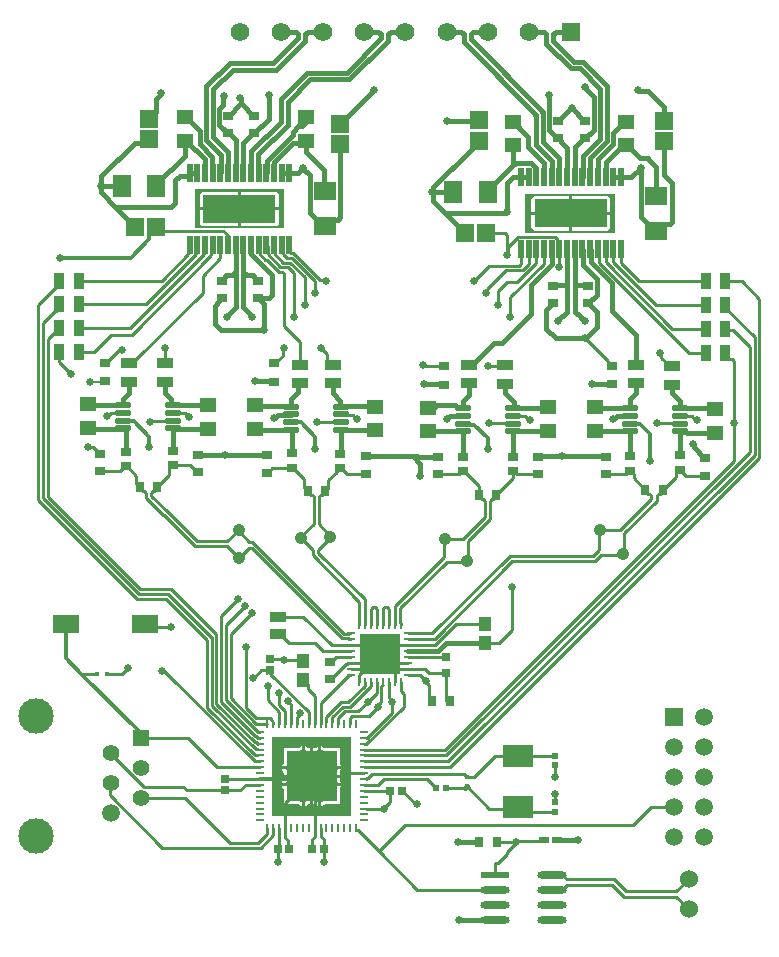
<source format=gtl>
G04*
G04 #@! TF.GenerationSoftware,Altium Limited,Altium Designer,22.10.1 (41)*
G04*
G04 Layer_Physical_Order=1*
G04 Layer_Color=255*
%FSLAX24Y24*%
%MOIN*%
G70*
G04*
G04 #@! TF.SameCoordinates,1A49A545-8501-46E2-8B4D-154AAFE9D792*
G04*
G04*
G04 #@! TF.FilePolarity,Positive*
G04*
G01*
G75*
%ADD11C,0.0100*%
%ADD16C,0.0120*%
%ADD17R,0.0335X0.0531*%
%ADD18R,0.0571X0.0472*%
G04:AMPARAMS|DCode=19|XSize=9.8mil|YSize=27.6mil|CornerRadius=2mil|HoleSize=0mil|Usage=FLASHONLY|Rotation=90.000|XOffset=0mil|YOffset=0mil|HoleType=Round|Shape=RoundedRectangle|*
%AMROUNDEDRECTD19*
21,1,0.0098,0.0236,0,0,90.0*
21,1,0.0059,0.0276,0,0,90.0*
1,1,0.0039,0.0118,0.0030*
1,1,0.0039,0.0118,-0.0030*
1,1,0.0039,-0.0118,-0.0030*
1,1,0.0039,-0.0118,0.0030*
%
%ADD19ROUNDEDRECTD19*%
G04:AMPARAMS|DCode=20|XSize=9.8mil|YSize=27.6mil|CornerRadius=2mil|HoleSize=0mil|Usage=FLASHONLY|Rotation=0.000|XOffset=0mil|YOffset=0mil|HoleType=Round|Shape=RoundedRectangle|*
%AMROUNDEDRECTD20*
21,1,0.0098,0.0236,0,0,0.0*
21,1,0.0059,0.0276,0,0,0.0*
1,1,0.0039,0.0030,-0.0118*
1,1,0.0039,-0.0030,-0.0118*
1,1,0.0039,-0.0030,0.0118*
1,1,0.0039,0.0030,0.0118*
%
%ADD20ROUNDEDRECTD20*%
%ADD21R,0.1358X0.1358*%
%ADD22R,0.0354X0.0295*%
G04:AMPARAMS|DCode=23|XSize=97.4mil|YSize=24.5mil|CornerRadius=12.2mil|HoleSize=0mil|Usage=FLASHONLY|Rotation=0.000|XOffset=0mil|YOffset=0mil|HoleType=Round|Shape=RoundedRectangle|*
%AMROUNDEDRECTD23*
21,1,0.0974,0.0000,0,0,0.0*
21,1,0.0729,0.0245,0,0,0.0*
1,1,0.0245,0.0365,0.0000*
1,1,0.0245,-0.0365,0.0000*
1,1,0.0245,-0.0365,0.0000*
1,1,0.0245,0.0365,0.0000*
%
%ADD23ROUNDEDRECTD23*%
%ADD24R,0.0974X0.0245*%
%ADD25R,0.0315X0.0354*%
%ADD26R,0.0374X0.0217*%
%ADD27R,0.0354X0.0315*%
%ADD28R,0.0205X0.0220*%
%ADD29R,0.0299X0.0283*%
%ADD30R,0.0283X0.0299*%
G04:AMPARAMS|DCode=31|XSize=9.4mil|YSize=23.6mil|CornerRadius=1.2mil|HoleSize=0mil|Usage=FLASHONLY|Rotation=0.000|XOffset=0mil|YOffset=0mil|HoleType=Round|Shape=RoundedRectangle|*
%AMROUNDEDRECTD31*
21,1,0.0094,0.0213,0,0,0.0*
21,1,0.0071,0.0236,0,0,0.0*
1,1,0.0024,0.0035,-0.0106*
1,1,0.0024,-0.0035,-0.0106*
1,1,0.0024,-0.0035,0.0106*
1,1,0.0024,0.0035,0.0106*
%
%ADD31ROUNDEDRECTD31*%
G04:AMPARAMS|DCode=32|XSize=23.6mil|YSize=9.4mil|CornerRadius=1.2mil|HoleSize=0mil|Usage=FLASHONLY|Rotation=0.000|XOffset=0mil|YOffset=0mil|HoleType=Round|Shape=RoundedRectangle|*
%AMROUNDEDRECTD32*
21,1,0.0236,0.0071,0,0,0.0*
21,1,0.0213,0.0094,0,0,0.0*
1,1,0.0024,0.0106,-0.0035*
1,1,0.0024,-0.0106,-0.0035*
1,1,0.0024,-0.0106,0.0035*
1,1,0.0024,0.0106,0.0035*
%
%ADD32ROUNDEDRECTD32*%
%ADD34R,0.1024X0.0748*%
%ADD35R,0.0177X0.0177*%
%ADD36R,0.0177X0.0177*%
%ADD37R,0.0236X0.0217*%
%ADD38R,0.0906X0.0591*%
%ADD39R,0.0398X0.0476*%
G04:AMPARAMS|DCode=40|XSize=94.5mil|YSize=242.9mil|CornerRadius=1.9mil|HoleSize=0mil|Usage=FLASHONLY|Rotation=270.000|XOffset=0mil|YOffset=0mil|HoleType=Round|Shape=RoundedRectangle|*
%AMROUNDEDRECTD40*
21,1,0.0945,0.2391,0,0,270.0*
21,1,0.0907,0.2429,0,0,270.0*
1,1,0.0038,-0.1196,-0.0454*
1,1,0.0038,-0.1196,0.0454*
1,1,0.0038,0.1196,0.0454*
1,1,0.0038,0.1196,-0.0454*
%
%ADD40ROUNDEDRECTD40*%
G04:AMPARAMS|DCode=41|XSize=17.7mil|YSize=63mil|CornerRadius=1.9mil|HoleSize=0mil|Usage=FLASHONLY|Rotation=0.000|XOffset=0mil|YOffset=0mil|HoleType=Round|Shape=RoundedRectangle|*
%AMROUNDEDRECTD41*
21,1,0.0177,0.0591,0,0,0.0*
21,1,0.0138,0.0630,0,0,0.0*
1,1,0.0039,0.0069,-0.0295*
1,1,0.0039,-0.0069,-0.0295*
1,1,0.0039,-0.0069,0.0295*
1,1,0.0039,0.0069,0.0295*
%
%ADD41ROUNDEDRECTD41*%
%ADD42R,0.0621X0.0613*%
%ADD43R,0.0613X0.0621*%
G04:AMPARAMS|DCode=44|XSize=17.7mil|YSize=51.2mil|CornerRadius=4.4mil|HoleSize=0mil|Usage=FLASHONLY|Rotation=90.000|XOffset=0mil|YOffset=0mil|HoleType=Round|Shape=RoundedRectangle|*
%AMROUNDEDRECTD44*
21,1,0.0177,0.0423,0,0,90.0*
21,1,0.0089,0.0512,0,0,90.0*
1,1,0.0089,0.0212,0.0044*
1,1,0.0089,0.0212,-0.0044*
1,1,0.0089,-0.0212,-0.0044*
1,1,0.0089,-0.0212,0.0044*
%
%ADD44ROUNDEDRECTD44*%
G04:AMPARAMS|DCode=45|XSize=17.7mil|YSize=51.2mil|CornerRadius=4.4mil|HoleSize=0mil|Usage=FLASHONLY|Rotation=90.000|XOffset=0mil|YOffset=0mil|HoleType=Round|Shape=RoundedRectangle|*
%AMROUNDEDRECTD45*
21,1,0.0177,0.0423,0,0,90.0*
21,1,0.0089,0.0512,0,0,90.0*
1,1,0.0089,0.0212,0.0044*
1,1,0.0089,0.0212,-0.0044*
1,1,0.0089,-0.0212,-0.0044*
1,1,0.0089,-0.0212,0.0044*
%
%ADD45ROUNDEDRECTD45*%
%ADD46R,0.0593X0.0732*%
%ADD47R,0.0732X0.0593*%
%ADD48R,0.0339X0.0289*%
%ADD49R,0.0531X0.0374*%
%ADD50R,0.0531X0.0374*%
%ADD51R,0.0276X0.0256*%
%ADD52R,0.1673X0.1673*%
%ADD53C,0.0617*%
%ADD54R,0.0617X0.0617*%
%ADD55C,0.0300*%
%ADD56R,0.0591X0.0591*%
%ADD57C,0.0591*%
%ADD58C,0.0200*%
%ADD59C,0.0551*%
%ADD60C,0.1181*%
%ADD61R,0.0551X0.0551*%
%ADD62C,0.0260*%
%ADD63C,0.0600*%
%ADD64C,0.0420*%
%ADD65C,0.0150*%
%ADD66C,0.0060*%
G36*
X15500Y11550D02*
X12850D01*
Y14200D01*
X15500D01*
Y11550D01*
D02*
G37*
G36*
X13250Y31150D02*
X11251D01*
X11241Y31152D01*
X10300D01*
Y32450D01*
X13250D01*
Y31150D01*
D02*
G37*
G36*
X24300Y31000D02*
X21300D01*
Y32300D01*
X24300D01*
Y31000D01*
D02*
G37*
%LPC*%
G36*
X14506Y13871D02*
Y13621D01*
X14406D01*
Y13871D01*
X14314Y13833D01*
X14301Y13819D01*
X14232D01*
Y12933D01*
X15119D01*
Y13001D01*
X15132Y13015D01*
X15170Y13106D01*
X14920D01*
Y13206D01*
X15170D01*
X15132Y13298D01*
X15119Y13311D01*
Y13819D01*
X14611D01*
X14598Y13833D01*
X14506Y13871D01*
D02*
G37*
G36*
X13959D02*
Y13621D01*
X13859D01*
Y13871D01*
X13767Y13833D01*
X13754Y13819D01*
X13246D01*
Y13311D01*
X13232Y13298D01*
X13194Y13206D01*
X13444D01*
Y13106D01*
X13194D01*
X13232Y13015D01*
X13246Y13001D01*
Y12933D01*
X14132D01*
Y13819D01*
X14064D01*
X14050Y13833D01*
X13959Y13871D01*
D02*
G37*
G36*
X15119Y12833D02*
X14232D01*
Y11946D01*
X14301D01*
X14314Y11933D01*
X14406Y11895D01*
Y12144D01*
X14506D01*
Y11895D01*
X14598Y11933D01*
X14611Y11946D01*
X15119D01*
Y12454D01*
X15132Y12467D01*
X15170Y12559D01*
X14920D01*
Y12659D01*
X15170D01*
X15132Y12751D01*
X15119Y12764D01*
Y12833D01*
D02*
G37*
G36*
X14132D02*
X13246D01*
Y12764D01*
X13232Y12751D01*
X13194Y12659D01*
X13444D01*
Y12559D01*
X13194D01*
X13232Y12467D01*
X13246Y12454D01*
Y11946D01*
X13754D01*
X13767Y11933D01*
X13859Y11895D01*
Y12144D01*
X13959D01*
Y11895D01*
X14050Y11933D01*
X14064Y11946D01*
X14132D01*
Y12833D01*
D02*
G37*
G36*
X12972Y32366D02*
X11826D01*
Y31841D01*
X13093D01*
Y32245D01*
X13084Y32291D01*
X13058Y32330D01*
X13018Y32357D01*
X12972Y32366D01*
D02*
G37*
G36*
X11726D02*
X10581D01*
X10534Y32357D01*
X10495Y32330D01*
X10469Y32291D01*
X10459Y32245D01*
Y31841D01*
X11726D01*
Y32366D01*
D02*
G37*
G36*
X13093Y31741D02*
X11826D01*
Y31216D01*
X12972D01*
X13018Y31226D01*
X13058Y31252D01*
X13084Y31291D01*
X13093Y31338D01*
Y31741D01*
D02*
G37*
G36*
X11726D02*
X10459D01*
Y31338D01*
X10469Y31291D01*
X10495Y31252D01*
X10534Y31226D01*
X10581Y31216D01*
X11726D01*
Y31741D01*
D02*
G37*
G36*
X24022Y32216D02*
X22876D01*
Y31691D01*
X24143D01*
Y32095D01*
X24134Y32141D01*
X24108Y32180D01*
X24068Y32207D01*
X24022Y32216D01*
D02*
G37*
G36*
X22776D02*
X21631D01*
X21584Y32207D01*
X21545Y32180D01*
X21519Y32141D01*
X21509Y32095D01*
Y31691D01*
X22776D01*
Y32216D01*
D02*
G37*
G36*
X24143Y31591D02*
X22876D01*
Y31066D01*
X24022D01*
X24068Y31076D01*
X24108Y31102D01*
X24134Y31141D01*
X24143Y31188D01*
Y31591D01*
D02*
G37*
G36*
X22776D02*
X21509D01*
Y31188D01*
X21519Y31141D01*
X21545Y31102D01*
X21584Y31076D01*
X21631Y31066D01*
X22776D01*
Y31591D01*
D02*
G37*
%LPD*%
D11*
X5050Y28576D02*
X5775Y29302D01*
X5050Y22100D02*
X8350Y18800D01*
X5050Y22100D02*
Y28576D01*
X5775Y26675D02*
Y27033D01*
Y26675D02*
X6150Y26300D01*
X10842Y30552D02*
X10881Y30590D01*
X10842Y30242D02*
Y30552D01*
X8200Y27600D02*
X10842Y30242D01*
X7500Y27600D02*
X8200D01*
X11137Y30137D02*
Y30590D01*
X10550Y29000D02*
Y29550D01*
X11137Y30137D01*
X6933Y27033D02*
X7500Y27600D01*
X6425Y27033D02*
X6933D01*
X5220Y22143D02*
Y27999D01*
X5616Y28395D01*
X5220Y22143D02*
X8412Y18950D01*
X5400Y22174D02*
Y27447D01*
Y22174D02*
X8462Y19112D01*
X5400Y27447D02*
X5775Y27822D01*
Y28512D02*
Y28611D01*
X5616Y28395D02*
X5658D01*
X5775Y28512D01*
Y29302D02*
Y29400D01*
X6425Y27822D02*
X8134D01*
X10586Y30274D01*
Y30552D01*
X10074D02*
X10113Y30590D01*
X6425Y29400D02*
X9200D01*
X10074Y30274D02*
Y30552D01*
X9200Y29400D02*
X10074Y30274D01*
X10586Y30552D02*
X10625Y30590D01*
X6425Y28611D02*
X8667D01*
X10330Y30552D02*
X10369Y30590D01*
X10330Y30274D02*
Y30552D01*
X8667Y28611D02*
X10330Y30274D01*
X25661Y28589D02*
X27325D01*
X24234Y30016D02*
X25661Y28589D01*
X24490Y29972D02*
Y30440D01*
X25084Y29378D02*
X27325D01*
X24490Y29972D02*
X25084Y29378D01*
X23761Y29999D02*
X26760Y27000D01*
X27325D01*
X23997Y30003D02*
X26200Y27800D01*
X27325D01*
X28800Y23700D02*
Y27181D01*
X28027Y27748D02*
X28234D01*
X27975Y27800D02*
X28027Y27748D01*
X28234D02*
X28800Y27181D01*
X27975Y26902D02*
Y27000D01*
X28092Y26784D02*
X28191D01*
X28250Y24650D02*
Y26725D01*
X27975Y26902D02*
X28092Y26784D01*
X28191D02*
X28250Y26725D01*
X27975Y28491D02*
X28950Y27515D01*
X27975Y28491D02*
Y28589D01*
X28950Y23600D02*
Y27515D01*
X28522Y29378D02*
X29100Y28800D01*
Y23500D02*
Y28800D01*
X27975Y29378D02*
X28522D01*
X8729Y30934D02*
X8895Y31100D01*
X8949D01*
X11384Y30896D02*
Y30908D01*
X11241Y31050D02*
X11384Y30908D01*
X9130Y31050D02*
X11241D01*
X11384Y30896D02*
X11393Y30887D01*
X8990Y31190D02*
X9130Y31050D01*
X22404Y30402D02*
X22439Y30367D01*
X20890Y22810D02*
Y23048D01*
X20340Y22260D02*
X20890Y22810D01*
X8244Y24706D02*
X8244D01*
X7894Y24734D02*
X7898Y24730D01*
X24794Y24634D02*
X24798Y24630D01*
X19240Y24634D02*
X19274Y24600D01*
X18672Y13572D02*
X28800Y23700D01*
X15915Y13572D02*
X18672D01*
X15915Y13375D02*
X18725D01*
X28950Y23600D01*
X15915Y13178D02*
X18778D01*
X29100Y23500D01*
X23997Y30003D02*
Y30421D01*
X24234Y30016D02*
Y30440D01*
X28250Y23375D02*
Y24650D01*
X18643Y13769D02*
X28250Y23375D01*
X26484Y24853D02*
X26512Y24881D01*
X26969Y24765D02*
X27013D01*
X26853Y24881D02*
X26969Y24765D01*
X26512Y24881D02*
X26853D01*
X21433Y24757D02*
X21462D01*
X21299Y24891D02*
X21433Y24757D01*
X20894Y24891D02*
X21299D01*
X15665Y24800D02*
X15708D01*
X15553Y24911D02*
X15665Y24800D01*
X15147Y24940D02*
X15176Y24911D01*
X15553D01*
X10093Y24850D02*
X10100D01*
X9953Y24990D02*
X10093Y24850D01*
X9548Y24990D02*
X9953D01*
X7393Y24900D02*
X7484Y24990D01*
X7894D01*
X7350Y24900D02*
X7393D01*
X20031Y29131D02*
X20650Y29750D01*
X21153D01*
X21154Y29750D01*
X21212D01*
X21411Y29949D01*
X21675Y30001D02*
Y30440D01*
X21024Y29350D02*
X21675Y30001D01*
X21411Y29949D02*
Y30432D01*
X21419Y30440D01*
X21091Y29900D02*
X21150Y29958D01*
Y30427D01*
X19600Y29400D02*
X20100Y29900D01*
X21091D01*
X20000Y29000D02*
X20031Y29031D01*
Y29131D01*
X20700Y29350D02*
X21024D01*
X20400Y29050D02*
X20700Y29350D01*
X20400Y28600D02*
Y29050D01*
X20800Y28200D02*
Y28838D01*
X21931Y29968D01*
X13600Y28200D02*
Y29650D01*
X13400Y29850D02*
X13600Y29650D01*
X13464Y30000D02*
X13950Y29514D01*
Y28600D02*
Y29514D01*
X13527Y30150D02*
X14300Y29377D01*
Y29000D02*
Y29377D01*
X13563Y30325D02*
X14458Y29431D01*
X14619D02*
X14650Y29400D01*
X14458Y29431D02*
X14619D01*
X13478Y30325D02*
X13563D01*
X7446Y12250D02*
Y12593D01*
X7503Y12650D01*
X12244Y16144D02*
X12507Y16407D01*
X12231Y16144D02*
X12244D01*
X22435Y29850D02*
X22439Y29854D01*
Y30367D01*
X22404Y30402D02*
X22443Y30440D01*
X21931Y29968D02*
Y30440D01*
X20719Y30269D02*
Y30530D01*
X21044Y30855D01*
X22305D01*
X20700Y30250D02*
X20719Y30269D01*
X22305Y30855D02*
X22404Y30757D01*
Y30479D02*
Y30757D01*
Y30479D02*
X22443Y30440D01*
X20700Y30250D02*
Y30932D01*
X20641Y30990D02*
X20700Y30932D01*
X19980Y30990D02*
X20641D01*
X24063Y26648D02*
Y26728D01*
Y26648D02*
X24160Y26551D01*
X24190D01*
X23308Y27483D02*
X24063Y26728D01*
X25831Y26830D02*
Y26969D01*
X25800Y27000D02*
X25831Y26969D01*
X26115Y26545D02*
X26194D01*
X25831Y26830D02*
X26115Y26545D01*
X20610Y26550D02*
X20640Y26580D01*
X20050Y26550D02*
X20610D01*
X17943Y26600D02*
X17998Y26545D01*
X17900Y26600D02*
X17943D01*
X17998Y26545D02*
X18590D01*
X7319Y26651D02*
X7738Y27069D01*
X7819D02*
X7850Y27100D01*
X7290Y26651D02*
X7319D01*
X7738Y27069D02*
X7819D01*
X9290Y26645D02*
X9300Y26656D01*
Y27150D01*
X14698Y26732D02*
Y26952D01*
X14835Y26595D02*
X14890D01*
X14698Y26732D02*
X14835Y26595D01*
X14500Y27150D02*
X14698Y26952D01*
X13219Y26896D02*
Y27119D01*
X13250Y27150D01*
X12940Y26645D02*
X12969D01*
X13219Y26896D01*
X12838Y16731D02*
X12879Y16771D01*
X13229D01*
X13250Y16750D02*
X13881D01*
X13229Y16771D02*
X13250Y16750D01*
X13881D02*
X13900Y16731D01*
X12720Y15411D02*
Y15900D01*
Y15411D02*
X13100Y15031D01*
X12507Y16407D02*
X12800D01*
X22300Y12004D02*
Y12300D01*
Y12850D02*
Y13246D01*
X17669Y11981D02*
X17700Y11950D01*
X17201Y12400D02*
X17620Y11981D01*
X17669D01*
X16600Y12800D02*
X18023D01*
X16388Y12587D02*
X16600Y12800D01*
X18023D02*
X18323Y12500D01*
X18333D01*
X15915Y12587D02*
X16388D01*
X16183Y12950D02*
X19257D01*
X15983Y12787D02*
X16030Y12834D01*
X16067D01*
X19257Y12950D02*
X19350Y12857D01*
X19607D01*
X16067Y12834D02*
X16183Y12950D01*
X15963Y16466D02*
X16160Y16663D01*
X15766Y16269D02*
X15963Y16466D01*
X15510D02*
X15963D01*
X7503Y13619D02*
X8596Y12526D01*
X9893D01*
X10011Y12407D01*
X11300D01*
X26340Y9040D02*
X26750Y9450D01*
X22201Y9100D02*
X22229Y9072D01*
X22537Y9600D02*
X22697Y9440D01*
X22201Y9600D02*
X22537D01*
X24186Y9260D02*
X24586Y8860D01*
X22537Y9100D02*
X22697Y9260D01*
X24186D01*
X22201Y9100D02*
X22537D01*
X24660Y9040D02*
X26340D01*
X24586Y8860D02*
X26340D01*
X26750Y8450D01*
X24260Y9440D02*
X24660Y9040D01*
X22697Y9440D02*
X24260D01*
X17709Y9100D02*
X20299D01*
X16430Y10380D02*
X17709Y9100D01*
X16430Y10380D02*
X17300Y11250D01*
X15727Y11082D02*
X16430Y10380D01*
X17300Y11250D02*
X24900D01*
X15661Y11082D02*
X15727D01*
X25500Y11850D02*
X26250D01*
X24900Y11250D02*
X25500Y11850D01*
X21025Y10725D02*
X21899D01*
X20345Y10700D02*
X21000D01*
X21025Y10725D01*
X21000Y10668D02*
Y10700D01*
X20399Y9999D02*
X20684Y10284D01*
X21899Y10725D02*
X21924Y10750D01*
X20684Y10352D02*
X21000Y10668D01*
X20684Y10284D02*
Y10352D01*
X20299Y9999D02*
X20399D01*
X20299Y9600D02*
Y9999D01*
X18146Y15479D02*
X18264D01*
X14404Y20320D02*
X15955Y18770D01*
X14809Y20809D02*
Y20891D01*
X14404Y20320D02*
Y20404D01*
X14809Y20809D01*
X15955Y17998D02*
Y18770D01*
X14224Y20246D02*
Y20426D01*
X15775Y17998D02*
Y18696D01*
X14224Y20246D02*
X15775Y18696D01*
X13841Y20809D02*
X14224Y20426D01*
X13841Y20809D02*
Y20891D01*
X18281Y17458D02*
X20863Y20040D01*
X20788Y20220D02*
X23551D01*
X20863Y20040D02*
X23625D01*
X23551Y20220D02*
X23750Y20419D01*
X18207Y17638D02*
X20788Y20220D01*
X23625Y20040D02*
X23835Y20250D01*
X10354Y20711D02*
X11361D01*
X10282Y20539D02*
X11361D01*
X9245Y21576D02*
X10282Y20539D01*
X9362Y21703D02*
X10354Y20711D01*
X9362Y21703D02*
Y21703D01*
X8650Y22161D02*
X9234Y21576D01*
X8830Y22235D02*
X9362Y21703D01*
X9234Y21576D02*
X9245D01*
X23750Y20419D02*
Y21041D01*
X23809Y21100D01*
X24469D01*
X24600Y20309D02*
Y20977D01*
X24541Y20250D02*
X24600Y20309D01*
X23835Y20250D02*
X24541D01*
X24600Y20977D02*
X25684Y22061D01*
X24469Y21100D02*
X25504Y22135D01*
X25889Y22406D02*
Y22426D01*
Y22386D02*
Y22406D01*
X25684Y22061D02*
Y22220D01*
X25742Y22279D01*
X19381Y20089D02*
Y20708D01*
X18696Y20031D02*
X19322D01*
X17136Y18470D02*
X18696Y20031D01*
X19322D02*
X19381Y20089D01*
X18659Y20800D02*
X19218D01*
X18600Y20189D02*
Y20741D01*
X18659Y20800D01*
X16956Y18545D02*
X18600Y20189D01*
X19218Y20800D02*
X19954Y21536D01*
X13841Y20891D02*
X14250Y21300D01*
X14430Y21270D02*
X14809Y20891D01*
X14430Y21270D02*
Y22205D01*
X14250Y21300D02*
Y22205D01*
X11750Y21057D02*
X12107Y20700D01*
X12193D01*
X15270Y17623D01*
X11750Y21057D02*
Y21100D01*
Y20150D02*
X12099Y20499D01*
X12182D01*
X15208Y17473D01*
X11361Y20539D02*
X11750Y20150D01*
X11361Y20711D02*
X11750Y21100D01*
X15270Y17623D02*
X15400D01*
Y17473D02*
X15423Y17450D01*
X15400Y17623D02*
X15423Y17647D01*
X15208Y17473D02*
X15400D01*
X9035Y22506D02*
Y22526D01*
Y22486D02*
Y22506D01*
X15423Y17647D02*
X15510D01*
X15423Y17450D02*
X15510D01*
X8650Y22161D02*
Y22320D01*
X8830Y22235D02*
Y22320D01*
X7965Y23203D02*
X7990D01*
X8015D02*
X8337Y22881D01*
X7990Y23203D02*
X8015D01*
X7806Y23045D02*
X7965Y23203D01*
X7142Y23045D02*
X7806D01*
X8444Y22486D02*
X8552Y22379D01*
X8591D02*
X8650Y22320D01*
X8552Y22379D02*
X8591D01*
X8337Y22613D02*
X8444Y22506D01*
X8337Y22613D02*
Y22881D01*
X8444Y22486D02*
Y22506D01*
X10132Y23248D02*
X10372Y23008D01*
X10392D01*
X9424Y23153D02*
X9519Y23248D01*
X9544D02*
X10132D01*
X9519D02*
X9544D01*
X9424Y22915D02*
Y23153D01*
X9035Y22526D02*
X9424Y22915D01*
X8928Y22379D02*
X9035Y22486D01*
X8888Y22379D02*
X8928D01*
X8830Y22320D02*
X8888Y22379D01*
X25299Y22386D02*
X25406Y22279D01*
X25445D01*
X25504Y22220D01*
Y22135D02*
Y22220D01*
X25299Y22386D02*
Y22426D01*
X24914Y22811D02*
X25299Y22426D01*
X17136Y17998D02*
Y18470D01*
X20340Y22221D02*
Y22260D01*
X19954Y21536D02*
Y22055D01*
X19857Y22113D02*
Y22113D01*
X20232Y22113D02*
X20340Y22221D01*
X19857Y22113D02*
X19896D01*
X20134Y21461D02*
Y22055D01*
X16956Y17998D02*
Y18545D01*
X19896Y22113D02*
X19954Y22055D01*
X20193Y22113D02*
X20232D01*
X19381Y20708D02*
X20134Y21461D01*
X19857Y22113D02*
X19857Y22113D01*
X20134Y22055D02*
X20193Y22113D01*
X16947Y17903D02*
Y17990D01*
X17144Y17903D02*
Y17990D01*
X17136Y17998D02*
X17144Y17990D01*
X16947D02*
X16956Y17998D01*
X15955D02*
X15963Y17990D01*
X14152Y22263D02*
X14191D01*
X14488D02*
X14528D01*
X15766Y17903D02*
Y17990D01*
X14430Y22205D02*
X14488Y22263D01*
X14528D02*
X14743Y22478D01*
X15766Y17990D02*
X15775Y17998D01*
X14044Y22371D02*
Y22390D01*
X14191Y22263D02*
X14250Y22205D01*
X14743Y22478D02*
Y22751D01*
X14044Y22371D02*
X14152Y22263D01*
X15963Y17903D02*
Y17990D01*
X8619Y17950D02*
X8719Y17850D01*
X9500D01*
X21018Y22945D02*
X21740D01*
X20915Y23048D02*
X21018Y22945D01*
X20890Y23048D02*
X20915D01*
X15915Y13769D02*
X18643D01*
X17400Y16269D02*
X17781D01*
X18097Y15527D02*
Y15909D01*
X18000Y16007D02*
Y16050D01*
Y16007D02*
X18097Y15909D01*
Y15527D02*
X18146Y15479D01*
X17781Y16269D02*
X18000Y16050D01*
X12376Y12793D02*
X12385Y12784D01*
X11300Y12793D02*
X12376D01*
X12385Y12784D02*
X12450D01*
X7446Y12250D02*
X9196Y10500D01*
X19950Y17334D02*
X20434D01*
X20850Y17750D02*
Y19200D01*
X20434Y17334D02*
X20850Y17750D01*
X16600Y11800D02*
Y11818D01*
X16789Y12007D02*
Y12382D01*
X15983Y11800D02*
X16526D01*
X16550Y11776D01*
Y11750D02*
Y11776D01*
X16600Y11818D02*
X16789Y12007D01*
X16550Y11750D02*
X16600Y11800D01*
X17193Y12400D02*
X17201D01*
X13387Y15370D02*
X13493Y15263D01*
X13693Y14850D02*
X13787Y14944D01*
X14084Y14615D02*
Y15015D01*
X12800Y16299D02*
X14084Y15015D01*
X13387Y15370D02*
Y15387D01*
X13787Y14944D02*
Y14987D01*
X9200Y16400D02*
X9231Y16369D01*
X9291D01*
X12283Y13378D01*
X12447D01*
X7357Y16300D02*
X7850D01*
X8050Y16500D01*
X14984Y16859D02*
X15510D01*
X14820Y16695D02*
X14984Y16859D01*
X14800Y16695D02*
X14820D01*
Y16105D02*
X15330Y16615D01*
X15423Y16663D02*
X16160D01*
X15330Y16615D02*
X15376D01*
X14800Y16105D02*
X14820D01*
X15376Y16615D02*
X15423Y16663D01*
X16850Y15350D02*
Y15393D01*
Y14995D02*
Y15350D01*
X16050D02*
X16356Y15656D01*
X15738Y15038D02*
X16050Y15350D01*
X8350Y18800D02*
X9338D01*
X8412Y18950D02*
X9400D01*
X11329Y15415D02*
Y17929D01*
X11155Y15354D02*
Y18205D01*
X10817Y17533D02*
X10855D01*
X10981Y17619D02*
X11005D01*
X11479Y17627D02*
X12181Y18329D01*
X9338Y18800D02*
X10705Y17433D01*
X11329Y17929D02*
X11950Y18550D01*
X9400Y18950D02*
X10817Y17533D01*
X9488Y19112D02*
X10981Y17619D01*
X11155Y18205D02*
X11725Y18775D01*
X11737D01*
X8462Y19112D02*
X9488D01*
X13905Y18195D02*
X14847Y17253D01*
X14049Y15801D02*
Y15951D01*
X13900Y16100D02*
X14049Y15951D01*
X13424Y17309D02*
X14297D01*
X13129Y17605D02*
X13424Y17309D01*
X13050Y18195D02*
X13905D01*
X14847Y17253D02*
X16160D01*
X14049Y15801D02*
X14281Y15569D01*
X14478Y15323D02*
X15423Y16269D01*
X14550Y17056D02*
X15510D01*
X14297Y17309D02*
X14550Y17056D01*
X15153Y15338D02*
X15408D01*
X16159Y15877D02*
Y16012D01*
X15766Y16013D02*
Y16269D01*
X15408Y15338D02*
X15962Y15892D01*
Y16012D02*
X15963Y16013D01*
X15962Y15892D02*
Y16012D01*
X16159D02*
X16160Y16013D01*
X15423Y16269D02*
X15510D01*
X16947Y16013D02*
X16947Y16466D01*
X16750Y16663D02*
X16947Y16466D01*
X16750Y16663D02*
X17400D01*
X21157Y11696D02*
X22300D01*
X20657D02*
X21062D01*
X21157D01*
X20657D02*
X21062Y11737D01*
X21157Y11746D01*
X21050Y11854D02*
X21157Y11746D01*
X20093Y11800D02*
X20996D01*
X21050Y11854D01*
X17400Y17450D02*
X17487D01*
X17495Y17458D01*
X18281D01*
X18288Y17253D02*
X19001Y17966D01*
X17495Y17638D02*
X18207D01*
X17487Y17647D02*
X17495Y17638D01*
X17400Y17647D02*
X17487D01*
X19001Y17966D02*
X19950D01*
X18667Y12500D02*
X19307D01*
X19350Y12543D02*
X20093Y11800D01*
X19607Y12857D02*
X20296Y13546D01*
X21050D01*
X21057Y13554D01*
X22300D01*
X15915Y12391D02*
X16691D01*
X16506Y15349D02*
Y15878D01*
X16400Y15200D02*
Y15243D01*
X16506Y15349D01*
X16350Y17909D02*
X16357Y17903D01*
X16160D02*
Y18461D01*
X16554Y17903D02*
Y18463D01*
X16350Y17909D02*
Y18461D01*
X16160D02*
X16214Y18514D01*
X16296D02*
X16350Y18461D01*
X16554Y18463D02*
X16610Y18519D01*
X16214Y18514D02*
X16296D01*
X16610Y18519D02*
X16693D01*
X16750Y18463D01*
X18654Y15404D02*
X18657Y15400D01*
X18654Y15404D02*
Y16331D01*
X18650Y16334D02*
X18654Y16331D01*
X18090Y16334D02*
X18650D01*
X17959Y16466D02*
X18090Y16334D01*
X16947Y16466D02*
X17959D01*
X17400Y16859D02*
X17487D01*
X17493Y16866D01*
X18650D01*
X16750Y17253D02*
X18288D01*
X16750Y17903D02*
X16750Y17903D01*
X16750Y17903D02*
Y18463D01*
X16455Y16958D02*
X16750Y17253D01*
X16160Y16663D02*
X16455Y16958D01*
X16750Y16663D01*
X16160Y17253D02*
X16455Y16958D01*
X16356Y16012D02*
X16357Y16013D01*
X14677Y14683D02*
Y14861D01*
X14874Y14846D02*
X15216Y15188D01*
X15068Y14828D02*
X15278Y15038D01*
X15738D01*
X14677Y14861D02*
X15153Y15338D01*
X15216Y15188D02*
X15470D01*
X14874Y14683D02*
Y14846D01*
X15915Y13965D02*
X15980D01*
X16020Y14165D02*
X16850Y14995D01*
X15983Y14165D02*
X16020D01*
X16006Y13939D02*
X17260Y15193D01*
X15983Y14165D02*
X15983Y14165D01*
X16506Y15878D02*
X16553Y15925D01*
X16088Y14888D02*
X16400Y15200D01*
X15470Y15188D02*
X16159Y15877D01*
X17260Y15193D02*
Y15609D01*
X17144Y15725D02*
X17260Y15609D01*
X16356Y15656D02*
Y16012D01*
X17144Y15725D02*
Y16013D01*
X15520Y14888D02*
X16088D01*
X16750Y15493D02*
X16850Y15393D01*
X16750Y15493D02*
Y16013D01*
X8503Y12150D02*
X9950D01*
X7503Y13619D02*
Y13650D01*
X7589Y13736D01*
X8503Y14150D02*
X10070D01*
X6500Y16300D02*
X7043D01*
X9196Y10500D02*
X12500D01*
X11450Y10650D02*
X12400D01*
X9950Y12150D02*
X11450Y10650D01*
X11300Y12407D02*
X11798D01*
X11978Y12587D01*
X11043Y13178D02*
X12450D01*
X10070Y14150D02*
X11043Y13178D01*
X10705Y15168D02*
X12298Y13574D01*
X10855Y15230D02*
X12314Y13771D01*
X11005Y15292D02*
X12285Y14012D01*
X11155Y15354D02*
X12297Y14212D01*
X11329Y15415D02*
X12385Y14359D01*
X11479Y15477D02*
X12341Y14615D01*
X10705Y15168D02*
Y17433D01*
X10855Y15230D02*
Y17533D01*
X11005Y15292D02*
Y17619D01*
X11479Y15477D02*
Y17627D01*
X13054Y10004D02*
Y10446D01*
X13057Y10450D01*
X13097Y10490D01*
X13390Y10503D02*
X13443Y10450D01*
X13390Y10503D02*
Y10742D01*
X13296Y10835D02*
X13390Y10742D01*
X13097Y10490D02*
Y11148D01*
X13296Y10835D02*
Y11150D01*
X12903Y10903D02*
Y11150D01*
X12706Y10956D02*
Y11150D01*
X13097Y11148D02*
X13100Y11150D01*
X12500Y10500D02*
X12903Y10903D01*
X12400Y10650D02*
X12706Y10956D01*
X11978Y12587D02*
X12450D01*
X12447Y13378D02*
X12450Y13375D01*
X12298Y13574D02*
X12382D01*
X12314Y13771D02*
X12382D01*
X12338Y14012D02*
X12382Y13968D01*
X12285Y14012D02*
X12338D01*
X12385Y14162D02*
X12450D01*
X12335Y14212D02*
X12385Y14162D01*
X12297Y14212D02*
X12335D01*
X12385Y14359D02*
X12450D01*
X12341Y14615D02*
X12706D01*
X13296Y11150D02*
Y11997D01*
X14084Y12784D01*
X12903Y14615D02*
Y14680D01*
X12853Y14730D02*
X12903Y14680D01*
X12853Y14730D02*
Y14768D01*
X12788Y14833D02*
X12853Y14768D01*
X13100Y14615D02*
Y15031D01*
X12335Y14833D02*
X12788D01*
X12000Y15168D02*
X12335Y14833D01*
X13100Y15243D02*
X13296Y15047D01*
X13100Y15243D02*
Y15650D01*
X12000Y15168D02*
Y17200D01*
X12800Y16299D02*
Y16307D01*
X13050Y17605D02*
X13129D01*
X13690Y14615D02*
X13693Y14618D01*
Y14850D01*
X13296Y14615D02*
Y15047D01*
X13493Y14615D02*
Y15263D01*
X14596Y10004D02*
Y10446D01*
X14593Y10450D02*
X14596Y10446D01*
X14593Y10450D02*
Y10756D01*
X14207Y10450D02*
Y10777D01*
X14478Y10871D02*
X14593Y10756D01*
X14207Y10777D02*
X14281Y10850D01*
Y11150D01*
X14478Y10871D02*
Y11150D01*
X14281D02*
Y12784D01*
X14182Y12883D02*
X14281Y12784D01*
Y14615D02*
Y15569D01*
X14182Y12883D02*
X15360D01*
X14478Y14615D02*
Y15323D01*
X15360Y12883D02*
X15458Y12981D01*
X15915D01*
X15068Y14615D02*
Y14828D01*
X15462Y14615D02*
Y14829D01*
X15520Y14888D01*
X21150Y30427D02*
X21163Y30440D01*
X13440Y30364D02*
X13478Y30325D01*
X13347Y30150D02*
X13527D01*
X13440Y30364D02*
Y30590D01*
X13241Y30000D02*
X13464D01*
X12681Y30091D02*
X13079Y29694D01*
X12638Y30091D02*
X12681D01*
X12455Y30274D02*
X12638Y30091D01*
X13270Y27874D02*
Y29635D01*
X13079Y29694D02*
X13211D01*
X13270Y29635D01*
Y27874D02*
X13790Y27354D01*
Y26595D02*
Y27354D01*
X12455Y30274D02*
Y30552D01*
X12416Y30590D02*
X12455Y30552D01*
X12711Y30274D02*
X13135Y29850D01*
X13400D01*
X12967Y30274D02*
X13241Y30000D01*
X13222Y30274D02*
X13347Y30150D01*
X12711Y30274D02*
Y30552D01*
X12672Y30590D02*
X12711Y30552D01*
X12967Y30274D02*
Y30552D01*
X12928Y30590D02*
X12967Y30552D01*
X13222Y30274D02*
Y30552D01*
X13184Y30590D02*
X13222Y30552D01*
X8332Y26782D02*
X10550Y29000D01*
X8227Y26782D02*
X8332D01*
X8090Y26645D02*
X8227Y26782D01*
X20893Y24890D02*
X20894Y24891D01*
X9547Y24990D02*
X9548Y24990D01*
X15140Y24692D02*
X15147Y24684D01*
X14358Y24692D02*
X15140D01*
X14350Y24700D02*
X14358Y24692D01*
X26447Y24890D02*
X26484Y24853D01*
X23978Y30440D02*
X23997Y30421D01*
X23761Y29999D02*
Y30402D01*
X23722Y30440D02*
X23761Y30402D01*
X25742Y22279D02*
X25782D01*
X23994Y22945D02*
X24653D01*
X25782Y22279D02*
X25889Y22386D01*
X24769Y23061D02*
X24794D01*
X24653Y22945D02*
X24769Y23061D01*
X6745Y23855D02*
X6903D01*
X7122Y23636D01*
X6730Y23869D02*
X6745Y23855D01*
X7122Y23636D02*
X7142D01*
X26444Y23085D02*
X26469D01*
X26659Y22895D01*
X26324Y22990D02*
X26419Y23085D01*
X26444D01*
X26659Y22895D02*
X27292D01*
X26324Y22861D02*
Y22990D01*
X25889Y22426D02*
X26324Y22861D01*
X24914Y22811D02*
Y22966D01*
X24794Y23061D02*
X24819D01*
X24914Y22966D01*
X8817Y24717D02*
X9530D01*
X8800Y24700D02*
X8817Y24717D01*
X9530D02*
X9547Y24734D01*
X19749Y22221D02*
X19857Y22113D01*
X19749Y22221D02*
Y22240D01*
Y22564D01*
X19265Y23048D02*
X19749Y22564D01*
X19240Y23048D02*
X19265D01*
X19215D02*
X19240D01*
X19106Y22940D02*
X19215Y23048D01*
X18390Y22940D02*
X19106D01*
X12694Y22995D02*
X12713D01*
X12872Y23154D01*
X13542D01*
X13567D01*
X13937Y22783D01*
Y22498D02*
Y22783D01*
Y22498D02*
X14044Y22390D01*
X14743Y22751D02*
X15020Y23028D01*
Y23053D01*
X15115Y23148D01*
X15140D01*
X15165D01*
X15355Y22958D01*
X15992D01*
X20100Y24650D02*
X20108Y24642D01*
X20886D01*
X20893Y24634D01*
X25700Y24650D02*
X25708Y24642D01*
X26440D01*
X26447Y24634D01*
X22265Y25133D02*
X22277Y25121D01*
D16*
X5800Y30150D02*
X8150D01*
X8774Y30774D01*
X8990Y31100D02*
Y31190D01*
X8774Y30944D02*
X8930Y31100D01*
X8990D01*
X8774Y30774D02*
Y30944D01*
X8244Y24706D02*
X8750Y24200D01*
Y23850D02*
Y24200D01*
X7898Y24730D02*
X8220D01*
X8244Y24706D01*
X13494Y24684D02*
X13499Y24679D01*
X13821D01*
X14300Y24200D01*
Y23800D02*
Y24200D01*
X24798Y24630D02*
X25120D01*
X25450Y23400D02*
Y24300D01*
X25120Y24630D02*
X25450Y24300D01*
X20063Y23787D02*
Y24137D01*
X19600Y24600D02*
X20063Y24137D01*
X19274Y24600D02*
X19600D01*
X19750Y34060D02*
X19996Y33813D01*
X12450Y12784D02*
X14084D01*
X5981Y16819D02*
X6500Y16300D01*
X5981Y16819D02*
Y17950D01*
X6500Y16300D02*
X8482Y14318D01*
X14084Y12784D02*
X14182Y12883D01*
X25693Y33804D02*
X25940Y34050D01*
X22974Y32902D02*
X22983Y32870D01*
X22954Y32842D02*
X22983Y32870D01*
D17*
X6425Y29400D02*
D03*
X5775D02*
D03*
X6425Y28611D02*
D03*
X5775D02*
D03*
X6425Y27822D02*
D03*
X5775D02*
D03*
X6425Y27033D02*
D03*
X5775D02*
D03*
X27325Y27000D02*
D03*
X27975D02*
D03*
X27325Y27800D02*
D03*
X27975D02*
D03*
X27325Y28589D02*
D03*
X27975D02*
D03*
X27325Y29378D02*
D03*
X27975D02*
D03*
D18*
X6723Y24484D02*
D03*
Y25271D02*
D03*
X24650Y34694D02*
D03*
Y33907D02*
D03*
X20895Y34694D02*
D03*
Y33907D02*
D03*
X13995Y34844D02*
D03*
Y34057D02*
D03*
X9950Y34844D02*
D03*
Y34057D02*
D03*
X10731Y25237D02*
D03*
Y24449D02*
D03*
X16300Y25194D02*
D03*
Y24406D02*
D03*
X22077Y25171D02*
D03*
Y24384D02*
D03*
X27622Y25123D02*
D03*
Y24336D02*
D03*
X12301Y25237D02*
D03*
Y24449D02*
D03*
X18068Y24378D02*
D03*
Y25166D02*
D03*
X23625Y24384D02*
D03*
Y25171D02*
D03*
D19*
X15510Y16269D02*
D03*
Y17647D02*
D03*
Y16466D02*
D03*
Y16663D02*
D03*
Y16859D02*
D03*
Y17056D02*
D03*
Y17253D02*
D03*
Y17450D02*
D03*
X17400Y16269D02*
D03*
Y16466D02*
D03*
Y16663D02*
D03*
Y16859D02*
D03*
Y17056D02*
D03*
Y17253D02*
D03*
Y17450D02*
D03*
Y17647D02*
D03*
D20*
X16357Y16013D02*
D03*
X16160D02*
D03*
X15766D02*
D03*
X16947D02*
D03*
X17144D02*
D03*
X16750D02*
D03*
X16554D02*
D03*
X16357Y17903D02*
D03*
X16160D02*
D03*
X15766D02*
D03*
X15963D02*
D03*
X16947D02*
D03*
X17144D02*
D03*
X16750D02*
D03*
X16554D02*
D03*
X15963Y16013D02*
D03*
D21*
X16455Y16958D02*
D03*
D22*
X18590Y26545D02*
D03*
Y25935D02*
D03*
X24190Y25940D02*
D03*
Y26551D02*
D03*
X7290Y26040D02*
D03*
Y26651D02*
D03*
X12940Y26035D02*
D03*
Y26645D02*
D03*
D23*
X22201Y9100D02*
D03*
Y9600D02*
D03*
Y8600D02*
D03*
Y8100D02*
D03*
X20299D02*
D03*
Y8600D02*
D03*
Y9100D02*
D03*
D24*
Y9600D02*
D03*
D25*
X19755Y10700D02*
D03*
X20345D02*
D03*
X18205Y15400D02*
D03*
X18795D02*
D03*
X9035Y22506D02*
D03*
X8444D02*
D03*
X14044Y22390D02*
D03*
X14635D02*
D03*
X19749Y22240D02*
D03*
X20340D02*
D03*
X25299Y22406D02*
D03*
X25889D02*
D03*
D26*
X22376Y10750D02*
D03*
X21924D02*
D03*
D27*
X12400Y28805D02*
D03*
Y29395D02*
D03*
X11200Y28809D02*
D03*
Y29400D02*
D03*
X14800Y16105D02*
D03*
Y16695D02*
D03*
X12250Y34900D02*
D03*
Y34309D02*
D03*
X23390Y29236D02*
D03*
Y28645D02*
D03*
X22240Y29236D02*
D03*
Y28645D02*
D03*
X11402Y34305D02*
D03*
Y34895D02*
D03*
X23290Y34145D02*
D03*
Y34736D02*
D03*
X22390D02*
D03*
Y34145D02*
D03*
X7142Y23045D02*
D03*
Y23636D02*
D03*
X12694Y22995D02*
D03*
Y23586D02*
D03*
X18390Y23530D02*
D03*
Y22940D02*
D03*
X23994Y22945D02*
D03*
Y23536D02*
D03*
X10392Y23008D02*
D03*
Y23598D02*
D03*
X15992Y23548D02*
D03*
Y22958D02*
D03*
X21740Y23536D02*
D03*
Y22945D02*
D03*
X27292Y22895D02*
D03*
Y23486D02*
D03*
D28*
X22300Y13554D02*
D03*
Y13246D02*
D03*
Y11696D02*
D03*
Y12004D02*
D03*
D29*
X17193Y12400D02*
D03*
X16807D02*
D03*
X14207Y10450D02*
D03*
X14593D02*
D03*
X13443D02*
D03*
X13057D02*
D03*
D30*
X11300Y12407D02*
D03*
Y12793D02*
D03*
X12800Y16793D02*
D03*
Y16407D02*
D03*
D31*
X12706Y11150D02*
D03*
X12903D02*
D03*
X13100D02*
D03*
X13296D02*
D03*
X13493D02*
D03*
X13690D02*
D03*
X13887D02*
D03*
X14084D02*
D03*
X14281D02*
D03*
X14478D02*
D03*
X14674D02*
D03*
X14871D02*
D03*
X15068D02*
D03*
X15265D02*
D03*
X15462D02*
D03*
X15659D02*
D03*
Y14615D02*
D03*
X15462D02*
D03*
X15265D02*
D03*
X15068D02*
D03*
X14871D02*
D03*
X14674D02*
D03*
X14478D02*
D03*
X14281D02*
D03*
X14084D02*
D03*
X13887D02*
D03*
X13690D02*
D03*
X13493D02*
D03*
X13296D02*
D03*
X13100D02*
D03*
X12903D02*
D03*
X12706D02*
D03*
D32*
X12450Y13178D02*
D03*
Y12981D02*
D03*
Y12784D02*
D03*
Y12587D02*
D03*
Y12391D02*
D03*
Y12194D02*
D03*
Y11997D02*
D03*
Y11800D02*
D03*
Y11603D02*
D03*
Y11406D02*
D03*
X15915D02*
D03*
Y11603D02*
D03*
Y11800D02*
D03*
Y11997D02*
D03*
Y12194D02*
D03*
Y12391D02*
D03*
Y12587D02*
D03*
Y12784D02*
D03*
Y12981D02*
D03*
Y13965D02*
D03*
Y14162D02*
D03*
Y14359D02*
D03*
X12450Y13769D02*
D03*
Y13572D02*
D03*
Y14359D02*
D03*
Y14162D02*
D03*
Y13965D02*
D03*
Y13375D02*
D03*
X15915Y13178D02*
D03*
Y13375D02*
D03*
Y13572D02*
D03*
Y13769D02*
D03*
D34*
X21050Y11854D02*
D03*
Y13546D02*
D03*
D35*
X7357Y16300D02*
D03*
X7043D02*
D03*
D36*
X19350Y12857D02*
D03*
Y12543D02*
D03*
D37*
X18333Y12500D02*
D03*
X18667D02*
D03*
D38*
X5981Y17950D02*
D03*
X8619D02*
D03*
D39*
X13900Y16731D02*
D03*
Y16100D02*
D03*
X19950Y17966D02*
D03*
Y17334D02*
D03*
D40*
X22826Y31641D02*
D03*
X11776Y31791D02*
D03*
D41*
X23978Y30440D02*
D03*
X13184Y30590D02*
D03*
X24490Y32842D02*
D03*
X24234D02*
D03*
X23978D02*
D03*
X23722D02*
D03*
X23466D02*
D03*
X23210D02*
D03*
X22954D02*
D03*
X22698D02*
D03*
X22443D02*
D03*
X22187D02*
D03*
X21931D02*
D03*
X21675D02*
D03*
X21419D02*
D03*
X21163D02*
D03*
Y30440D02*
D03*
X21419D02*
D03*
X21675D02*
D03*
X21931D02*
D03*
X22187D02*
D03*
X22443D02*
D03*
X22698D02*
D03*
X22954D02*
D03*
X23210D02*
D03*
X23466D02*
D03*
X23722D02*
D03*
X24234D02*
D03*
X24490D02*
D03*
X13440Y32992D02*
D03*
X13184D02*
D03*
X12928D02*
D03*
X12672D02*
D03*
X12416D02*
D03*
X12160D02*
D03*
X11904D02*
D03*
X11648D02*
D03*
X11393D02*
D03*
X11137D02*
D03*
X10881D02*
D03*
X10625D02*
D03*
X10369D02*
D03*
X10113D02*
D03*
Y30590D02*
D03*
X10369D02*
D03*
X10625D02*
D03*
X10881D02*
D03*
X11137D02*
D03*
X11393D02*
D03*
X11648D02*
D03*
X11904D02*
D03*
X12160D02*
D03*
X12416D02*
D03*
X12672D02*
D03*
X12928D02*
D03*
X13440D02*
D03*
D42*
X19300Y30990D02*
D03*
X19980D02*
D03*
X8990Y31190D02*
D03*
X8309D02*
D03*
D43*
X19750Y34060D02*
D03*
Y34740D02*
D03*
X25940Y34050D02*
D03*
Y34730D02*
D03*
X15140Y34630D02*
D03*
Y33950D02*
D03*
X8750Y34790D02*
D03*
Y34110D02*
D03*
D44*
X26447Y25146D02*
D03*
X24794Y24378D02*
D03*
Y24890D02*
D03*
Y25146D02*
D03*
X26447Y24634D02*
D03*
Y24890D02*
D03*
X24794Y24634D02*
D03*
X19240Y25146D02*
D03*
Y24890D02*
D03*
Y24634D02*
D03*
Y24378D02*
D03*
X20893Y24634D02*
D03*
Y24890D02*
D03*
Y25146D02*
D03*
X13494Y25196D02*
D03*
Y24940D02*
D03*
Y24684D02*
D03*
Y24429D02*
D03*
X15147Y24684D02*
D03*
Y24940D02*
D03*
Y25196D02*
D03*
X7894Y25246D02*
D03*
Y24990D02*
D03*
Y24734D02*
D03*
Y24478D02*
D03*
X9547Y24734D02*
D03*
Y24990D02*
D03*
Y25246D02*
D03*
D45*
X26447Y24378D02*
D03*
X20893D02*
D03*
X15147Y24429D02*
D03*
X9547Y24478D02*
D03*
D46*
X18895Y32340D02*
D03*
X20058D02*
D03*
X7845Y32540D02*
D03*
X9008D02*
D03*
D47*
X14614Y32371D02*
D03*
Y31209D02*
D03*
X25664Y31059D02*
D03*
Y32222D02*
D03*
D48*
X7990Y23688D02*
D03*
Y23203D02*
D03*
X9544Y23733D02*
D03*
Y23248D02*
D03*
X13542Y23638D02*
D03*
Y23154D02*
D03*
X15140Y23633D02*
D03*
Y23148D02*
D03*
X19240Y23533D02*
D03*
Y23048D02*
D03*
X20890Y23533D02*
D03*
Y23048D02*
D03*
X24794Y23546D02*
D03*
Y23061D02*
D03*
X26444Y23570D02*
D03*
Y23085D02*
D03*
D49*
X9290Y26035D02*
D03*
Y26645D02*
D03*
X14890Y25985D02*
D03*
Y26595D02*
D03*
X20640Y25969D02*
D03*
Y26580D02*
D03*
X26194Y25935D02*
D03*
Y26545D02*
D03*
X8090Y26035D02*
D03*
Y26645D02*
D03*
X13790Y25985D02*
D03*
Y26595D02*
D03*
X19440Y25985D02*
D03*
Y26595D02*
D03*
X24994D02*
D03*
Y25985D02*
D03*
D50*
X13050Y18195D02*
D03*
Y17605D02*
D03*
D51*
X18650Y16866D02*
D03*
Y16334D02*
D03*
D52*
X14182Y12883D02*
D03*
D53*
X15922Y37700D02*
D03*
X17300D02*
D03*
X18678D02*
D03*
X20056D02*
D03*
X21434D02*
D03*
X14544D02*
D03*
X13166D02*
D03*
X11788D02*
D03*
D54*
X22812D02*
D03*
D55*
X16454Y17484D02*
D03*
X13909Y13156D02*
D03*
X14456D02*
D03*
X13909Y12609D02*
D03*
X14456D02*
D03*
X13909Y13621D02*
D03*
X14456D02*
D03*
X13909Y12144D02*
D03*
X14456D02*
D03*
X13444Y13156D02*
D03*
Y12609D02*
D03*
X14920Y13156D02*
D03*
Y12609D02*
D03*
X15927Y17484D02*
D03*
X16980D02*
D03*
X15927Y16783D02*
D03*
X16183Y17134D02*
D03*
X16178Y16433D02*
D03*
X16718D02*
D03*
X16741Y17134D02*
D03*
X16454Y16783D02*
D03*
X16976D02*
D03*
D56*
X26250Y14850D02*
D03*
D57*
X27250D02*
D03*
X26250Y13850D02*
D03*
X27250D02*
D03*
X26250Y12850D02*
D03*
X27250D02*
D03*
X26250Y11850D02*
D03*
X27250D02*
D03*
X26250Y10850D02*
D03*
X27250D02*
D03*
X7503Y11650D02*
D03*
D58*
X21779Y31299D02*
D03*
X22179D02*
D03*
X22579D02*
D03*
X21776Y31991D02*
D03*
Y31641D02*
D03*
X22176Y31991D02*
D03*
Y31641D02*
D03*
X22576D02*
D03*
Y31991D02*
D03*
X23076Y31291D02*
D03*
Y31991D02*
D03*
Y31641D02*
D03*
X23426Y31991D02*
D03*
Y31641D02*
D03*
Y31291D02*
D03*
X23826D02*
D03*
Y31641D02*
D03*
Y31991D02*
D03*
X12776Y32141D02*
D03*
Y31791D02*
D03*
Y31441D02*
D03*
X12376D02*
D03*
Y31791D02*
D03*
Y32141D02*
D03*
X12026Y31791D02*
D03*
Y32141D02*
D03*
Y31441D02*
D03*
X11526Y32141D02*
D03*
Y31791D02*
D03*
X11126D02*
D03*
Y32141D02*
D03*
X10726Y31791D02*
D03*
Y32141D02*
D03*
X11529Y31449D02*
D03*
X11129D02*
D03*
X10729D02*
D03*
D59*
X7503Y13650D02*
D03*
X8503Y12150D02*
D03*
X7503Y12650D02*
D03*
X8503Y13150D02*
D03*
D60*
X5003Y14898D02*
D03*
Y10898D02*
D03*
D61*
X8503Y14150D02*
D03*
D62*
X12600Y27750D02*
D03*
X6150Y26300D02*
D03*
X5800Y30150D02*
D03*
X12750Y35600D02*
D03*
X11250Y35550D02*
D03*
X13900Y33150D02*
D03*
X28250Y24650D02*
D03*
X27013Y24765D02*
D03*
X24222Y24776D02*
D03*
X21462Y24757D02*
D03*
X18679Y24799D02*
D03*
X15708Y24800D02*
D03*
X12914Y24822D02*
D03*
X10100Y24850D02*
D03*
X7350Y24900D02*
D03*
X20800Y28200D02*
D03*
X20400Y28600D02*
D03*
X20000Y29000D02*
D03*
X19600Y29400D02*
D03*
X13600Y28200D02*
D03*
X13950Y28600D02*
D03*
X14300Y29000D02*
D03*
X14650Y29400D02*
D03*
X12231Y16144D02*
D03*
X20700Y31687D02*
D03*
X22850Y35150D02*
D03*
X25050Y35750D02*
D03*
X22435Y29850D02*
D03*
X20700Y30250D02*
D03*
X25800Y27000D02*
D03*
X20050Y26550D02*
D03*
X17900Y26600D02*
D03*
X17942Y25938D02*
D03*
X7850Y27100D02*
D03*
X9300Y27150D02*
D03*
X14500D02*
D03*
X13250D02*
D03*
Y16750D02*
D03*
X12720Y15900D02*
D03*
X22300Y12850D02*
D03*
Y12300D02*
D03*
X17700Y11950D02*
D03*
X23308Y27483D02*
D03*
X19100Y8100D02*
D03*
X23050Y10750D02*
D03*
X19050Y10700D02*
D03*
X21000D02*
D03*
X11800Y35500D02*
D03*
X23300Y28050D02*
D03*
X22400D02*
D03*
X12200Y28200D02*
D03*
X11350D02*
D03*
X18710Y34710D02*
D03*
X22100Y35600D02*
D03*
X9500Y17850D02*
D03*
X9160Y35660D02*
D03*
X16250Y35750D02*
D03*
X25450Y23400D02*
D03*
X8750Y23850D02*
D03*
X14300Y23800D02*
D03*
X20063Y23787D02*
D03*
X26900Y23950D02*
D03*
X18000Y16050D02*
D03*
X20850Y19200D02*
D03*
X16600Y11800D02*
D03*
X13787Y14987D02*
D03*
X13387Y15387D02*
D03*
X9200Y16400D02*
D03*
X8050Y16500D02*
D03*
X11737Y18775D02*
D03*
X11950Y18550D02*
D03*
X12000Y17200D02*
D03*
X12181Y18329D02*
D03*
X13100Y15650D02*
D03*
X16050Y15350D02*
D03*
X16850D02*
D03*
X16400Y15200D02*
D03*
X13054Y10004D02*
D03*
X14596D02*
D03*
X25150Y33150D02*
D03*
X17800Y22900D02*
D03*
X18200Y32350D02*
D03*
X7150Y32550D02*
D03*
X23300Y35850D02*
D03*
X14350Y24700D02*
D03*
X6783Y26008D02*
D03*
X6730Y23869D02*
D03*
X11300Y23600D02*
D03*
X22542Y23540D02*
D03*
X8800Y24700D02*
D03*
X20100Y24650D02*
D03*
X25700D02*
D03*
X23540Y25940D02*
D03*
X12292Y26038D02*
D03*
D63*
X26750Y9450D02*
D03*
Y8450D02*
D03*
D64*
X13841Y20809D02*
D03*
X24571Y20279D02*
D03*
X23779Y21071D02*
D03*
X18629Y20771D02*
D03*
X19351Y20060D02*
D03*
X14809Y20850D02*
D03*
X11750Y20150D02*
D03*
Y21100D02*
D03*
D65*
X10950Y27950D02*
X11150Y27750D01*
X12600D01*
Y28605D01*
X12502Y28703D02*
X12600Y28605D01*
X12502Y28703D02*
Y28722D01*
X12400Y28805D02*
X12420D01*
X12502Y28722D01*
X10900Y34176D02*
X11380Y33696D01*
Y33005D02*
Y33696D01*
X11150Y33005D02*
Y33600D01*
X10670Y34080D02*
X11150Y33600D01*
X10900Y34176D02*
Y35774D01*
X10670Y34080D02*
Y35870D01*
X13379Y34602D02*
Y35354D01*
X14131Y36106D02*
X15440D01*
X13149Y34697D02*
Y35449D01*
X14036Y36336D01*
X13379Y35354D02*
X14131Y36106D01*
X14036Y36336D02*
X15344D01*
X10670Y35870D02*
X11453Y36653D01*
X11548Y36423D02*
X13001D01*
X10900Y35774D02*
X11548Y36423D01*
X11453Y36653D02*
X12905D01*
X13740Y37488D01*
Y37612D01*
X13652Y37700D02*
X13740Y37612D01*
X13166Y37700D02*
X13652D01*
X13001Y36423D02*
X13970Y37393D01*
Y37612D01*
X14058Y37700D01*
X14544D01*
X11380Y33005D02*
X11393Y32992D01*
X11137D02*
X11150Y33005D01*
X12403D02*
X12416Y32992D01*
X16726Y37612D02*
X16814Y37700D01*
X16726Y37393D02*
Y37612D01*
X15440Y36106D02*
X16726Y37393D01*
X12403Y33626D02*
X13379Y34602D01*
X12173Y33005D02*
Y33721D01*
X12160Y32992D02*
X12173Y33005D01*
X15922Y37700D02*
X16408D01*
X16496Y37612D01*
Y37488D02*
Y37612D01*
X16814Y37700D02*
X17300D01*
X15344Y36336D02*
X16496Y37488D01*
X12173Y33721D02*
X13149Y34697D01*
X12403Y33005D02*
Y33626D01*
X19252Y37348D02*
Y37612D01*
X19482Y37443D02*
Y37612D01*
X19164Y37700D02*
X19252Y37612D01*
X19570Y37700D02*
X20056D01*
X19482Y37612D02*
X19570Y37700D01*
X18678D02*
X19164D01*
X19482Y37443D02*
X21873Y35053D01*
X19252Y37348D02*
X21643Y34957D01*
X12750Y34790D02*
Y35600D01*
X11100Y34587D02*
Y35120D01*
X11229Y35529D02*
X11250Y35550D01*
X11229Y35249D02*
Y35529D01*
X11100Y35120D02*
X11229Y35249D01*
X13184Y32992D02*
X13452D01*
X14111Y31643D02*
X14545Y31209D01*
X13900Y33120D02*
X14111Y32909D01*
X13453Y32990D02*
X13740D01*
X14111Y31643D02*
Y32909D01*
X13740Y32990D02*
X13900Y33150D01*
Y33120D02*
Y33150D01*
X13452Y32992D02*
X13453Y32990D01*
X14545Y31209D02*
X14614D01*
X12776Y31441D02*
X12790D01*
X26461Y24365D02*
X26673D01*
X26447Y24378D02*
X26461Y24365D01*
X26673D02*
X26702Y24336D01*
X27622D01*
X26190Y25640D02*
Y25940D01*
X27410Y25146D02*
X27420Y25156D01*
X26447Y25146D02*
X27410D01*
X23812Y24360D02*
X23831Y24378D01*
X24794D01*
X23812Y25147D02*
X23823D01*
X23835Y25160D01*
X24780D01*
X24251Y24776D02*
X24352Y24877D01*
X24780D01*
X24222Y24776D02*
X24251D01*
X24780Y24877D02*
X24794Y24890D01*
X21049Y24378D02*
X21894D01*
X21055Y25146D02*
X21879D01*
X19226Y24877D02*
X19240Y24890D01*
X18787Y24877D02*
X19226D01*
X18679Y24799D02*
X18709D01*
X18787Y24877D01*
X15465Y25234D02*
X16059D01*
X16100Y25194D01*
X15441Y25210D02*
X15465Y25234D01*
X15147Y25196D02*
X15161Y25210D01*
X15441D01*
X15144Y23636D02*
Y24437D01*
X16300Y24406D02*
X16350D01*
X15590D02*
X16300D01*
X13740Y25940D02*
X13790Y25990D01*
X12500Y25194D02*
X12511Y25205D01*
X13485D01*
X12500Y24406D02*
X12522Y24429D01*
X13494D01*
X13049Y24927D02*
X13480D01*
X12944Y24822D02*
X13049Y24927D01*
X13480D02*
X13494Y24940D01*
X12914Y24822D02*
X12944D01*
X9703Y24465D02*
X9981D01*
X9990Y24456D02*
X10702D01*
X9546Y23734D02*
Y24485D01*
X9540Y24490D02*
X9703D01*
X9553Y25241D02*
X9892D01*
X9894Y25244D02*
X10106D01*
X10108Y25241D02*
X10702D01*
X10106Y25244D02*
X10108Y25241D01*
X9892D02*
X9894Y25244D01*
X9503Y25246D02*
X9547D01*
X6900Y25244D02*
X6918D01*
X6934Y25260D02*
X7880D01*
X6918Y25244D02*
X6934Y25260D01*
X7880D02*
X7890Y25250D01*
X7894Y25246D01*
X6900Y24456D02*
X6901Y24455D01*
X7526D01*
X21500Y28301D02*
Y29250D01*
X22195Y29945D01*
Y30432D01*
X18690Y31640D02*
X20590D01*
X20690Y31740D01*
Y32640D01*
X20891Y32842D02*
X21163D01*
X20690Y32640D02*
X20891Y32842D01*
X20058Y32340D02*
Y32410D01*
X20899Y33251D01*
Y33902D01*
Y33251D02*
X20980Y33331D01*
X21190Y32840D02*
X21417D01*
X22409Y34736D02*
X22824Y35150D01*
X22856D02*
X23270Y34736D01*
X22390D02*
X22409D01*
X22824Y35150D02*
X22856D01*
X23270Y34736D02*
X23290D01*
X25401Y35729D02*
X25940Y35190D01*
X25050Y35750D02*
X25071Y35729D01*
X25401D01*
X22187Y30440D02*
X22195Y30432D01*
X22690Y29240D02*
Y30490D01*
X23308Y27483D02*
X23333D01*
X22317D02*
X23308D01*
X17942Y25938D02*
X18587D01*
X18590Y25935D01*
X11776Y31791D02*
X12160Y31407D01*
X23333Y27483D02*
X23700Y27850D01*
X22000Y27800D02*
X22317Y27483D01*
X23700Y27850D02*
Y28340D01*
X13995Y33683D02*
X14083Y33595D01*
X14086D02*
X14600Y33081D01*
Y32395D02*
Y33081D01*
X13995Y33683D02*
Y34057D01*
X14083Y33595D02*
X14086D01*
X19100Y8100D02*
X20299D01*
X22345Y10750D02*
X23050D01*
X19050Y10700D02*
X19755D01*
X11800Y35500D02*
X11821Y35479D01*
Y35285D02*
Y35479D01*
Y35285D02*
X11825Y35281D01*
X23492Y28548D02*
X23700Y28340D01*
X23043Y28275D02*
X23045D01*
X23270Y28050D02*
X23300D01*
X22955Y28363D02*
X23043Y28275D01*
X23045D02*
X23270Y28050D01*
X22955Y28363D02*
Y28516D01*
X22000Y27800D02*
Y28413D01*
X22690Y28368D02*
Y29240D01*
X22400Y28050D02*
Y28079D01*
X22690Y28368D01*
X22220Y28645D02*
X22240D01*
X22138Y28563D02*
X22220Y28645D01*
X22138Y28550D02*
Y28563D01*
X22000Y28413D02*
X22138Y28550D01*
X23409Y28645D02*
X23492Y28563D01*
Y28548D02*
Y28563D01*
X23390Y28645D02*
X23409D01*
X11904Y28512D02*
Y29700D01*
X12200Y28200D02*
Y28217D01*
X11904Y28512D02*
X12200Y28217D01*
X11350Y28200D02*
Y28211D01*
X11648Y28510D02*
Y29700D01*
X11350Y28211D02*
X11648Y28510D01*
X10950Y27950D02*
Y28559D01*
X11180Y28809D02*
X11200D01*
X11098Y28727D02*
X11180Y28809D01*
X10950Y28559D02*
X11098Y28707D01*
Y28727D01*
X22200Y32855D02*
Y33375D01*
X21650Y33925D02*
Y34928D01*
X21880Y34020D02*
X22430Y33470D01*
X21880Y34020D02*
Y35024D01*
X21650Y33925D02*
X22200Y33375D01*
X22430Y32855D02*
Y33470D01*
X21873Y35031D02*
Y35053D01*
Y35031D02*
X21880Y35024D01*
X21643Y34936D02*
X21650Y34928D01*
X21643Y34936D02*
Y34957D01*
X21400Y33850D02*
Y34189D01*
X21931Y32842D02*
Y33319D01*
X21400Y33850D02*
X21931Y33319D01*
X20944Y34694D02*
X21105Y34533D01*
Y34484D02*
X21400Y34189D01*
X20895Y34694D02*
X20944D01*
X21105Y34484D02*
Y34533D01*
X20980Y33331D02*
X21498D01*
X19519Y33828D02*
X19750Y34060D01*
X19519Y33802D02*
Y33828D01*
X18221Y32505D02*
X19519Y33802D01*
X18221Y32065D02*
X19295Y30990D01*
X18710Y34710D02*
X19720D01*
X9008Y32610D02*
X9950Y33552D01*
Y34057D01*
X9008Y32540D02*
Y32610D01*
X9999Y34057D02*
X10611Y33445D01*
Y33005D02*
Y33445D01*
X10450Y33950D02*
X10867Y33533D01*
X10450Y33950D02*
Y34393D01*
X10867Y33005D02*
Y33533D01*
X9950Y34057D02*
X9999D01*
Y34844D02*
X10450Y34393D01*
X10867Y33005D02*
X10881Y32992D01*
X9950Y34844D02*
X9999D01*
X8640Y34000D02*
X8750Y34110D01*
X8300Y34000D02*
X8640D01*
X10611Y33005D02*
X10625Y32992D01*
X22954Y28516D02*
X22955Y28516D01*
X22954Y28516D02*
Y29240D01*
X22240D02*
X22690D01*
X22240Y29236D02*
Y29240D01*
X12850Y29000D02*
Y29600D01*
X12755Y28805D02*
X12859Y28909D01*
X12850Y29000D02*
X12859Y28991D01*
Y28909D02*
Y28991D01*
X12160Y30290D02*
Y30590D01*
Y30290D02*
X12850Y29600D01*
X12400Y28805D02*
X12755D01*
X11904Y29700D02*
X12022Y29582D01*
X11904Y29700D02*
Y30590D01*
X11599Y29651D02*
X11648Y29700D01*
X11526Y29578D02*
X11599Y29651D01*
X11648Y29700D02*
Y30590D01*
X11332Y29578D02*
X11526D01*
X24459Y33820D02*
Y33883D01*
X24483Y33907D02*
X24699D01*
X23992Y33352D02*
X24459Y33820D01*
X23992Y32855D02*
Y33352D01*
X24459Y33883D02*
X24483Y33907D01*
X22088Y35588D02*
X22100Y35600D01*
X22088Y34427D02*
Y35588D01*
X12270Y34309D02*
X12750Y34790D01*
X13845Y34545D02*
X13995Y34695D01*
Y34894D01*
X13735Y34545D02*
X13845D01*
X13550Y34360D02*
X13735Y34545D01*
X13550Y34250D02*
Y34360D01*
X12686Y33005D02*
Y33386D01*
X13550Y34250D01*
X23390Y29236D02*
Y29240D01*
X22954D02*
Y30426D01*
Y29240D02*
X23390D01*
X23224Y29913D02*
X23692Y29445D01*
Y28928D02*
Y29445D01*
X23224Y29913D02*
Y30427D01*
X12022Y29582D02*
X12218D01*
X11250Y29495D02*
X11332Y29578D01*
X8750Y34790D02*
X8981Y35022D01*
Y35451D01*
X9160Y35630D01*
Y35660D01*
X15140Y34630D02*
Y34635D01*
X16250Y35745D02*
Y35750D01*
X15140Y34635D02*
X16250Y35745D01*
X12230Y34309D02*
X12270D01*
X11846Y35284D02*
X12230Y34900D01*
X11422Y34895D02*
X11804Y35278D01*
X11382Y34305D02*
X11422D01*
X19720Y34710D02*
X19750Y34740D01*
X22370Y34145D02*
X22390D01*
X22088Y34427D02*
X22370Y34145D01*
X27272Y23486D02*
X27292D01*
X26921Y23837D02*
Y23929D01*
Y23837D02*
X27272Y23486D01*
X26900Y23950D02*
X26921Y23929D01*
X18676Y17334D02*
X19950D01*
X19307Y12500D02*
X19350Y12543D01*
X17400Y17056D02*
X18398D01*
X18676Y17334D01*
X23409Y28645D02*
X23692Y28928D01*
X23210Y30440D02*
X23224Y30427D01*
X12218Y29582D02*
X12300Y29500D01*
X25379Y33471D02*
X25400Y33450D01*
X25410D01*
X25135Y33471D02*
X25379D01*
X25410Y33450D02*
X25664Y33196D01*
X24699Y33907D02*
X25135Y33471D01*
X24842Y32842D02*
X25150Y33150D01*
X23978Y32842D02*
X23992Y32855D01*
X23722Y33442D02*
X24222Y33942D01*
Y34315D01*
X23722Y32842D02*
Y33442D01*
X24222Y34315D02*
X24601Y34694D01*
X24650D01*
X21661Y32855D02*
X21675Y32842D01*
X21498Y33331D02*
X21661Y33168D01*
Y32855D02*
Y33168D01*
X11422Y34305D02*
X11648Y34078D01*
Y32992D02*
Y34078D01*
X11402Y34895D02*
X11422D01*
X12230Y34900D02*
X12250D01*
X11904Y33983D02*
X12230Y34309D01*
X11904Y32992D02*
Y33983D01*
X11100Y34587D02*
X11382Y34305D01*
X12942Y33342D02*
X13573Y33973D01*
X13911D02*
X13995Y34057D01*
X12942Y33005D02*
Y33342D01*
X14577Y32371D02*
X14600Y32395D01*
X13573Y33973D02*
X13911D01*
X12928Y32992D02*
X12942Y33005D01*
X12679Y23600D02*
X12694Y23586D01*
X10394Y23594D02*
X11300D01*
Y23600D02*
X12679D01*
X17556Y23544D02*
X17800Y23300D01*
Y22900D02*
Y23300D01*
X25649Y31044D02*
X25886Y31281D01*
X25150Y31504D02*
X25595Y31059D01*
X25150Y31504D02*
Y33150D01*
X24490Y32842D02*
X24842D01*
X18200Y32350D02*
X18886D01*
X18200D02*
X18221Y32371D01*
Y32505D01*
Y32065D02*
Y32329D01*
X18200Y32350D02*
X18221Y32329D01*
X18886Y32350D02*
X18895Y32340D01*
X14618Y31212D02*
X14836Y31430D01*
X7150Y32345D02*
X7672Y31823D01*
X7150Y32345D02*
Y32550D01*
X7171Y32571D01*
Y32872D02*
X8300Y34000D01*
X7150Y32550D02*
X7160Y32540D01*
X7269D01*
X7171Y32571D02*
Y32872D01*
X7268Y32540D02*
X7269Y32540D01*
X23592Y34427D02*
Y35534D01*
X23300Y35826D02*
Y35850D01*
Y35826D02*
X23592Y35534D01*
X22326Y37700D02*
X22812D01*
X22238Y37612D02*
X22326Y37700D01*
X22921Y36700D02*
X23216D01*
X22238Y37383D02*
X22921Y36700D01*
X22238Y37383D02*
Y37612D01*
X23453Y32855D02*
Y33472D01*
X24022Y34041D01*
Y35894D01*
X23216Y36700D02*
X24022Y35894D01*
X21920Y37700D02*
X22008Y37612D01*
X21434Y37700D02*
X21920D01*
X23453Y32855D02*
X23466Y32842D01*
X23210D02*
X23223Y32855D01*
Y33567D01*
X23792Y34136D01*
Y35799D01*
X23121Y36470D02*
X23792Y35799D01*
X22826Y36470D02*
X23121D01*
X22008Y37288D02*
X22826Y36470D01*
X22008Y37288D02*
Y37612D01*
X23290Y34140D02*
Y34145D01*
Y34140D02*
X23305D01*
X23592Y34427D01*
X22187Y32842D02*
X22200Y32855D01*
X22430D02*
X22443Y32842D01*
X25886Y31281D02*
X26121D01*
X26209Y31368D01*
Y32655D01*
X25940Y32925D02*
X26209Y32655D01*
X15052Y31430D02*
X15140Y31518D01*
X14836Y31430D02*
X15052D01*
X15140Y31518D02*
Y33950D01*
X19519Y26595D02*
X20244Y27321D01*
X19440Y26595D02*
X19519D01*
X17556Y23544D02*
X17686D01*
X17225D02*
X17556D01*
X17695Y23535D02*
X18385D01*
X17686Y23544D02*
X17695Y23535D01*
X20244Y27321D02*
X20521D01*
X21500Y28301D01*
X24780Y25160D02*
X24794Y25146D01*
X20890Y24390D02*
X21049D01*
X20892Y23534D02*
Y24389D01*
X21894Y24378D02*
X21896Y24376D01*
X20893Y24378D02*
X21049D01*
X20893Y25140D02*
X21055D01*
X20926Y25146D02*
X21055D01*
X20893D02*
X20926D01*
X21879D02*
X21896Y25164D01*
X18304Y24378D02*
X19240D01*
X18295Y24387D02*
X18304Y24378D01*
X19072Y25146D02*
X19240D01*
X18964Y25255D02*
X19072Y25146D01*
X18375Y25255D02*
X18964D01*
X18295Y25175D02*
X18375Y25255D01*
X15161Y24415D02*
X15581D01*
X15147Y24429D02*
X15161Y24415D01*
X15581D02*
X15590Y24406D01*
X13485Y25205D02*
X13494Y25196D01*
X7890Y25250D02*
Y25440D01*
X7536Y24465D02*
X7880D01*
X7894Y24478D01*
X7526Y24455D02*
X7536Y24465D01*
X9547Y24478D02*
X9561Y24465D01*
X9703D01*
X9981D02*
X9990Y24456D01*
X15993Y23549D02*
X17224D01*
X15992Y23548D02*
X15993Y23549D01*
X21740Y23486D02*
X21794Y23540D01*
X24990Y25640D02*
Y25990D01*
X22947Y30433D02*
X22954Y30426D01*
X22940Y30440D02*
X22947Y30433D01*
X10392Y23598D02*
X10394Y23594D01*
X24234Y32842D02*
X24490D01*
X25940Y32925D02*
Y34050D01*
X19295Y30990D02*
X19300D01*
X21417Y32840D02*
X21419Y32842D01*
X7672Y31823D02*
X8305Y31190D01*
X7268Y32540D02*
X7845D01*
X10141Y32992D02*
X10369D01*
X7690Y31840D02*
X9490D01*
X9640Y31990D01*
Y32740D01*
X9790Y32890D01*
X10099D01*
X10113Y32904D01*
Y32992D01*
X18385Y23535D02*
X18390Y23530D01*
X21794Y23540D02*
X23290D01*
X23292Y23538D01*
X23991D01*
X23994Y23536D01*
X24794Y25146D02*
Y25444D01*
X24990Y25640D01*
X24136Y25940D02*
X24136Y25940D01*
X23540Y25940D02*
X24136D01*
X24794Y23546D02*
Y24378D01*
X26444Y23570D02*
Y24365D01*
X26447Y25146D02*
Y25383D01*
X26190Y25640D02*
X26447Y25383D01*
X26190Y25940D02*
X26194Y25935D01*
X27622Y25123D02*
X27737D01*
X19240Y25146D02*
Y25390D01*
X19440Y25590D01*
Y25985D01*
X19231Y23557D02*
X19240Y23533D01*
X19231Y23557D02*
Y24313D01*
X20890Y24390D02*
X20892Y24389D01*
X20890Y23533D02*
X20892Y23534D01*
Y24389D02*
X20893Y24378D01*
Y25140D02*
Y25146D01*
X20926D02*
X20940Y25160D01*
Y25340D01*
X20640Y25640D02*
X20940Y25340D01*
X20640Y25640D02*
Y25969D01*
X13494Y25196D02*
Y25444D01*
X13740Y25690D01*
Y25940D01*
X13790Y25985D02*
Y25990D01*
X12937Y26038D02*
X12940Y26035D01*
X12292Y26038D02*
X12937D01*
X13518Y23662D02*
X13542Y23638D01*
X13518Y23662D02*
Y24418D01*
X15140Y24440D02*
X15144Y24437D01*
X15147Y24429D01*
X15140Y23633D02*
X15144Y23636D01*
X15140Y25204D02*
X15147Y25196D01*
X15140Y25204D02*
Y25390D01*
X14890Y25640D02*
X15140Y25390D01*
X14890Y25640D02*
Y25985D01*
X7890Y25440D02*
X8090Y25640D01*
Y26035D01*
X7990Y23688D02*
Y24465D01*
X9540Y24490D02*
X9546Y24485D01*
X9544Y23733D02*
X9546Y23734D01*
Y24485D02*
X9547Y24478D01*
X9490Y25260D02*
X9503Y25246D01*
X9490Y25260D02*
Y25440D01*
X9290Y25640D02*
X9490Y25440D01*
X9290Y25640D02*
Y26035D01*
X23722Y32842D02*
X23736Y32855D01*
X23466Y30440D02*
X23480Y30427D01*
Y30033D02*
Y30427D01*
Y30033D02*
X24190Y29323D01*
Y28390D02*
Y29323D01*
Y28390D02*
X24994Y27586D01*
Y26595D02*
Y27586D01*
X22698Y32842D02*
Y33828D01*
X22492Y34034D02*
X22698Y33828D01*
X22492Y34034D02*
Y34063D01*
X22440Y34114D02*
X22492Y34063D01*
X25940Y34730D02*
Y35190D01*
X22974Y33839D02*
X23240Y34105D01*
X22974Y32902D02*
Y33839D01*
X22940Y30440D02*
X22954D01*
X25664Y32222D02*
Y33196D01*
D66*
X8922Y31127D02*
X8985Y31190D01*
X8990D01*
X11393Y30590D02*
Y30887D01*
X12800Y16399D02*
Y16407D01*
X12688Y16287D02*
X12800Y16399D01*
X20043Y23807D02*
X20063Y23787D01*
X16789Y12382D02*
X16807Y12400D01*
X6783Y26008D02*
X7257D01*
X7290Y26040D01*
M02*

</source>
